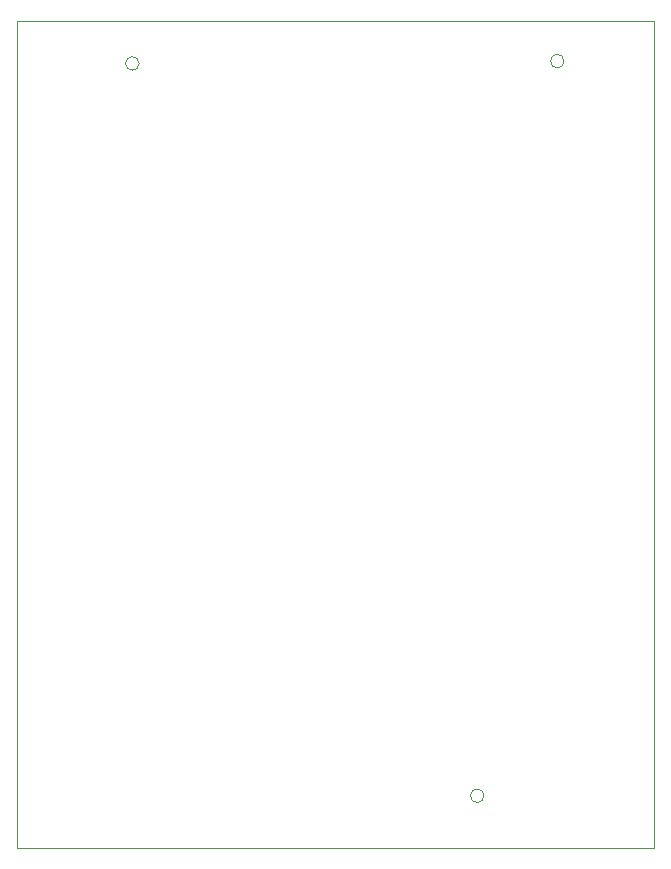
<source format=gbr>
%TF.GenerationSoftware,KiCad,Pcbnew,(5.1.10)-1*%
%TF.CreationDate,2021-11-12T17:46:38-08:00*%
%TF.ProjectId,mouse_proj,6d6f7573-655f-4707-926f-6a2e6b696361,rev?*%
%TF.SameCoordinates,Original*%
%TF.FileFunction,Profile,NP*%
%FSLAX46Y46*%
G04 Gerber Fmt 4.6, Leading zero omitted, Abs format (unit mm)*
G04 Created by KiCad (PCBNEW (5.1.10)-1) date 2021-11-12 17:46:38*
%MOMM*%
%LPD*%
G01*
G04 APERTURE LIST*
%TA.AperFunction,Profile*%
%ADD10C,0.050000*%
%TD*%
%TA.AperFunction,Profile*%
%ADD11C,0.100000*%
%TD*%
G04 APERTURE END LIST*
D10*
X229576000Y-115600000D02*
G75*
G03*
X229576000Y-115600000I-576000J0D01*
G01*
X200376000Y-53600000D02*
G75*
G03*
X200376000Y-53600000I-576000J0D01*
G01*
X236352000Y-53400000D02*
G75*
G03*
X236352000Y-53400000I-576000J0D01*
G01*
D11*
X244000000Y-50000000D02*
X244000000Y-120000000D01*
X190000000Y-50000000D02*
X244000000Y-50000000D01*
X190000000Y-120000000D02*
X190000000Y-50000000D01*
X244000000Y-120000000D02*
X190000000Y-120000000D01*
M02*

</source>
